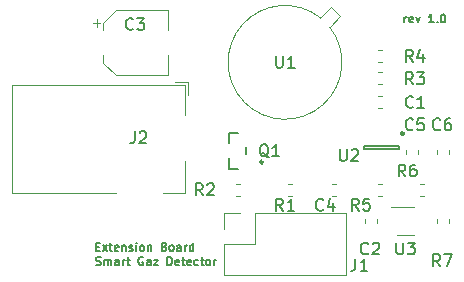
<source format=gbr>
%TF.GenerationSoftware,KiCad,Pcbnew,(5.1.6)-1*%
%TF.CreationDate,2021-01-16T21:26:58+01:00*%
%TF.ProjectId,hardware-smart-gaz-detector-extension-board,68617264-7761-4726-952d-736d6172742d,rev?*%
%TF.SameCoordinates,Original*%
%TF.FileFunction,Legend,Top*%
%TF.FilePolarity,Positive*%
%FSLAX46Y46*%
G04 Gerber Fmt 4.6, Leading zero omitted, Abs format (unit mm)*
G04 Created by KiCad (PCBNEW (5.1.6)-1) date 2021-01-16 21:26:58*
%MOMM*%
%LPD*%
G01*
G04 APERTURE LIST*
%ADD10C,0.152400*%
%ADD11C,0.120000*%
%ADD12C,0.250000*%
%ADD13C,0.150000*%
%ADD14C,0.249999*%
G04 APERTURE END LIST*
D10*
X77615726Y-52116666D02*
X77615726Y-51650000D01*
X77615726Y-51783333D02*
X77649060Y-51716666D01*
X77682393Y-51683333D01*
X77749060Y-51650000D01*
X77815726Y-51650000D01*
X78315726Y-52083333D02*
X78249060Y-52116666D01*
X78115726Y-52116666D01*
X78049060Y-52083333D01*
X78015726Y-52016666D01*
X78015726Y-51750000D01*
X78049060Y-51683333D01*
X78115726Y-51650000D01*
X78249060Y-51650000D01*
X78315726Y-51683333D01*
X78349060Y-51750000D01*
X78349060Y-51816666D01*
X78015726Y-51883333D01*
X78582393Y-51650000D02*
X78749060Y-52116666D01*
X78915726Y-51650000D01*
X80082393Y-52116666D02*
X79682393Y-52116666D01*
X79882393Y-52116666D02*
X79882393Y-51416666D01*
X79815726Y-51516666D01*
X79749060Y-51583333D01*
X79682393Y-51616666D01*
X80382393Y-52050000D02*
X80415726Y-52083333D01*
X80382393Y-52116666D01*
X80349060Y-52083333D01*
X80382393Y-52050000D01*
X80382393Y-52116666D01*
X80849060Y-51416666D02*
X80915726Y-51416666D01*
X80982393Y-51450000D01*
X81015726Y-51483333D01*
X81049060Y-51550000D01*
X81082393Y-51683333D01*
X81082393Y-51850000D01*
X81049060Y-51983333D01*
X81015726Y-52050000D01*
X80982393Y-52083333D01*
X80915726Y-52116666D01*
X80849060Y-52116666D01*
X80782393Y-52083333D01*
X80749060Y-52050000D01*
X80715726Y-51983333D01*
X80682393Y-51850000D01*
X80682393Y-51683333D01*
X80715726Y-51550000D01*
X80749060Y-51483333D01*
X80782393Y-51450000D01*
X80849060Y-51416666D01*
X51515726Y-71098800D02*
X51749060Y-71098800D01*
X51849060Y-71465466D02*
X51515726Y-71465466D01*
X51515726Y-70765466D01*
X51849060Y-70765466D01*
X52082393Y-71465466D02*
X52449060Y-70998800D01*
X52082393Y-70998800D02*
X52449060Y-71465466D01*
X52615726Y-70998800D02*
X52882393Y-70998800D01*
X52715726Y-70765466D02*
X52715726Y-71365466D01*
X52749060Y-71432133D01*
X52815726Y-71465466D01*
X52882393Y-71465466D01*
X53382393Y-71432133D02*
X53315726Y-71465466D01*
X53182393Y-71465466D01*
X53115726Y-71432133D01*
X53082393Y-71365466D01*
X53082393Y-71098800D01*
X53115726Y-71032133D01*
X53182393Y-70998800D01*
X53315726Y-70998800D01*
X53382393Y-71032133D01*
X53415726Y-71098800D01*
X53415726Y-71165466D01*
X53082393Y-71232133D01*
X53715726Y-70998800D02*
X53715726Y-71465466D01*
X53715726Y-71065466D02*
X53749060Y-71032133D01*
X53815726Y-70998800D01*
X53915726Y-70998800D01*
X53982393Y-71032133D01*
X54015726Y-71098800D01*
X54015726Y-71465466D01*
X54315726Y-71432133D02*
X54382393Y-71465466D01*
X54515726Y-71465466D01*
X54582393Y-71432133D01*
X54615726Y-71365466D01*
X54615726Y-71332133D01*
X54582393Y-71265466D01*
X54515726Y-71232133D01*
X54415726Y-71232133D01*
X54349060Y-71198800D01*
X54315726Y-71132133D01*
X54315726Y-71098800D01*
X54349060Y-71032133D01*
X54415726Y-70998800D01*
X54515726Y-70998800D01*
X54582393Y-71032133D01*
X54915726Y-71465466D02*
X54915726Y-70998800D01*
X54915726Y-70765466D02*
X54882393Y-70798800D01*
X54915726Y-70832133D01*
X54949060Y-70798800D01*
X54915726Y-70765466D01*
X54915726Y-70832133D01*
X55349060Y-71465466D02*
X55282393Y-71432133D01*
X55249060Y-71398800D01*
X55215726Y-71332133D01*
X55215726Y-71132133D01*
X55249060Y-71065466D01*
X55282393Y-71032133D01*
X55349060Y-70998800D01*
X55449060Y-70998800D01*
X55515726Y-71032133D01*
X55549060Y-71065466D01*
X55582393Y-71132133D01*
X55582393Y-71332133D01*
X55549060Y-71398800D01*
X55515726Y-71432133D01*
X55449060Y-71465466D01*
X55349060Y-71465466D01*
X55882393Y-70998800D02*
X55882393Y-71465466D01*
X55882393Y-71065466D02*
X55915726Y-71032133D01*
X55982393Y-70998800D01*
X56082393Y-70998800D01*
X56149060Y-71032133D01*
X56182393Y-71098800D01*
X56182393Y-71465466D01*
X57282393Y-71098800D02*
X57382393Y-71132133D01*
X57415726Y-71165466D01*
X57449060Y-71232133D01*
X57449060Y-71332133D01*
X57415726Y-71398800D01*
X57382393Y-71432133D01*
X57315726Y-71465466D01*
X57049060Y-71465466D01*
X57049060Y-70765466D01*
X57282393Y-70765466D01*
X57349060Y-70798800D01*
X57382393Y-70832133D01*
X57415726Y-70898800D01*
X57415726Y-70965466D01*
X57382393Y-71032133D01*
X57349060Y-71065466D01*
X57282393Y-71098800D01*
X57049060Y-71098800D01*
X57849060Y-71465466D02*
X57782393Y-71432133D01*
X57749060Y-71398800D01*
X57715726Y-71332133D01*
X57715726Y-71132133D01*
X57749060Y-71065466D01*
X57782393Y-71032133D01*
X57849060Y-70998800D01*
X57949060Y-70998800D01*
X58015726Y-71032133D01*
X58049060Y-71065466D01*
X58082393Y-71132133D01*
X58082393Y-71332133D01*
X58049060Y-71398800D01*
X58015726Y-71432133D01*
X57949060Y-71465466D01*
X57849060Y-71465466D01*
X58682393Y-71465466D02*
X58682393Y-71098800D01*
X58649060Y-71032133D01*
X58582393Y-70998800D01*
X58449060Y-70998800D01*
X58382393Y-71032133D01*
X58682393Y-71432133D02*
X58615726Y-71465466D01*
X58449060Y-71465466D01*
X58382393Y-71432133D01*
X58349060Y-71365466D01*
X58349060Y-71298800D01*
X58382393Y-71232133D01*
X58449060Y-71198800D01*
X58615726Y-71198800D01*
X58682393Y-71165466D01*
X59015726Y-71465466D02*
X59015726Y-70998800D01*
X59015726Y-71132133D02*
X59049060Y-71065466D01*
X59082393Y-71032133D01*
X59149060Y-70998800D01*
X59215726Y-70998800D01*
X59749060Y-71465466D02*
X59749060Y-70765466D01*
X59749060Y-71432133D02*
X59682393Y-71465466D01*
X59549060Y-71465466D01*
X59482393Y-71432133D01*
X59449060Y-71398800D01*
X59415726Y-71332133D01*
X59415726Y-71132133D01*
X59449060Y-71065466D01*
X59482393Y-71032133D01*
X59549060Y-70998800D01*
X59682393Y-70998800D01*
X59749060Y-71032133D01*
X51482393Y-72634533D02*
X51582393Y-72667866D01*
X51749060Y-72667866D01*
X51815726Y-72634533D01*
X51849060Y-72601200D01*
X51882393Y-72534533D01*
X51882393Y-72467866D01*
X51849060Y-72401200D01*
X51815726Y-72367866D01*
X51749060Y-72334533D01*
X51615726Y-72301200D01*
X51549060Y-72267866D01*
X51515726Y-72234533D01*
X51482393Y-72167866D01*
X51482393Y-72101200D01*
X51515726Y-72034533D01*
X51549060Y-72001200D01*
X51615726Y-71967866D01*
X51782393Y-71967866D01*
X51882393Y-72001200D01*
X52182393Y-72667866D02*
X52182393Y-72201200D01*
X52182393Y-72267866D02*
X52215726Y-72234533D01*
X52282393Y-72201200D01*
X52382393Y-72201200D01*
X52449060Y-72234533D01*
X52482393Y-72301200D01*
X52482393Y-72667866D01*
X52482393Y-72301200D02*
X52515726Y-72234533D01*
X52582393Y-72201200D01*
X52682393Y-72201200D01*
X52749060Y-72234533D01*
X52782393Y-72301200D01*
X52782393Y-72667866D01*
X53415726Y-72667866D02*
X53415726Y-72301200D01*
X53382393Y-72234533D01*
X53315726Y-72201200D01*
X53182393Y-72201200D01*
X53115726Y-72234533D01*
X53415726Y-72634533D02*
X53349060Y-72667866D01*
X53182393Y-72667866D01*
X53115726Y-72634533D01*
X53082393Y-72567866D01*
X53082393Y-72501200D01*
X53115726Y-72434533D01*
X53182393Y-72401200D01*
X53349060Y-72401200D01*
X53415726Y-72367866D01*
X53749060Y-72667866D02*
X53749060Y-72201200D01*
X53749060Y-72334533D02*
X53782393Y-72267866D01*
X53815726Y-72234533D01*
X53882393Y-72201200D01*
X53949060Y-72201200D01*
X54082393Y-72201200D02*
X54349060Y-72201200D01*
X54182393Y-71967866D02*
X54182393Y-72567866D01*
X54215726Y-72634533D01*
X54282393Y-72667866D01*
X54349060Y-72667866D01*
X55482393Y-72001200D02*
X55415726Y-71967866D01*
X55315726Y-71967866D01*
X55215726Y-72001200D01*
X55149060Y-72067866D01*
X55115726Y-72134533D01*
X55082393Y-72267866D01*
X55082393Y-72367866D01*
X55115726Y-72501200D01*
X55149060Y-72567866D01*
X55215726Y-72634533D01*
X55315726Y-72667866D01*
X55382393Y-72667866D01*
X55482393Y-72634533D01*
X55515726Y-72601200D01*
X55515726Y-72367866D01*
X55382393Y-72367866D01*
X56115726Y-72667866D02*
X56115726Y-72301200D01*
X56082393Y-72234533D01*
X56015726Y-72201200D01*
X55882393Y-72201200D01*
X55815726Y-72234533D01*
X56115726Y-72634533D02*
X56049060Y-72667866D01*
X55882393Y-72667866D01*
X55815726Y-72634533D01*
X55782393Y-72567866D01*
X55782393Y-72501200D01*
X55815726Y-72434533D01*
X55882393Y-72401200D01*
X56049060Y-72401200D01*
X56115726Y-72367866D01*
X56382393Y-72201200D02*
X56749060Y-72201200D01*
X56382393Y-72667866D01*
X56749060Y-72667866D01*
X57549060Y-72667866D02*
X57549060Y-71967866D01*
X57715726Y-71967866D01*
X57815726Y-72001200D01*
X57882393Y-72067866D01*
X57915726Y-72134533D01*
X57949060Y-72267866D01*
X57949060Y-72367866D01*
X57915726Y-72501200D01*
X57882393Y-72567866D01*
X57815726Y-72634533D01*
X57715726Y-72667866D01*
X57549060Y-72667866D01*
X58515726Y-72634533D02*
X58449060Y-72667866D01*
X58315726Y-72667866D01*
X58249060Y-72634533D01*
X58215726Y-72567866D01*
X58215726Y-72301200D01*
X58249060Y-72234533D01*
X58315726Y-72201200D01*
X58449060Y-72201200D01*
X58515726Y-72234533D01*
X58549060Y-72301200D01*
X58549060Y-72367866D01*
X58215726Y-72434533D01*
X58749060Y-72201200D02*
X59015726Y-72201200D01*
X58849060Y-71967866D02*
X58849060Y-72567866D01*
X58882393Y-72634533D01*
X58949060Y-72667866D01*
X59015726Y-72667866D01*
X59515726Y-72634533D02*
X59449060Y-72667866D01*
X59315726Y-72667866D01*
X59249060Y-72634533D01*
X59215726Y-72567866D01*
X59215726Y-72301200D01*
X59249060Y-72234533D01*
X59315726Y-72201200D01*
X59449060Y-72201200D01*
X59515726Y-72234533D01*
X59549060Y-72301200D01*
X59549060Y-72367866D01*
X59215726Y-72434533D01*
X60149060Y-72634533D02*
X60082393Y-72667866D01*
X59949060Y-72667866D01*
X59882393Y-72634533D01*
X59849060Y-72601200D01*
X59815726Y-72534533D01*
X59815726Y-72334533D01*
X59849060Y-72267866D01*
X59882393Y-72234533D01*
X59949060Y-72201200D01*
X60082393Y-72201200D01*
X60149060Y-72234533D01*
X60349060Y-72201200D02*
X60615726Y-72201200D01*
X60449060Y-71967866D02*
X60449060Y-72567866D01*
X60482393Y-72634533D01*
X60549060Y-72667866D01*
X60615726Y-72667866D01*
X60949060Y-72667866D02*
X60882393Y-72634533D01*
X60849060Y-72601200D01*
X60815726Y-72534533D01*
X60815726Y-72334533D01*
X60849060Y-72267866D01*
X60882393Y-72234533D01*
X60949060Y-72201200D01*
X61049060Y-72201200D01*
X61115726Y-72234533D01*
X61149060Y-72267866D01*
X61182393Y-72334533D01*
X61182393Y-72534533D01*
X61149060Y-72601200D01*
X61115726Y-72634533D01*
X61049060Y-72667866D01*
X60949060Y-72667866D01*
X61482393Y-72667866D02*
X61482393Y-72201200D01*
X61482393Y-72334533D02*
X61515726Y-72267866D01*
X61549060Y-72234533D01*
X61615726Y-72201200D01*
X61682393Y-72201200D01*
D11*
%TO.C,R2*%
X63337221Y-65784000D02*
X63662779Y-65784000D01*
X63337221Y-66804000D02*
X63662779Y-66804000D01*
%TO.C,C2*%
X74267600Y-69123879D02*
X74267600Y-68798321D01*
X75287600Y-69123879D02*
X75287600Y-68798321D01*
%TO.C,C1*%
X75702379Y-59387200D02*
X75376821Y-59387200D01*
X75702379Y-58367200D02*
X75376821Y-58367200D01*
%TO.C,C3*%
X51551500Y-51850500D02*
X51551500Y-52475500D01*
X51239000Y-52163000D02*
X51864000Y-52163000D01*
X52104000Y-55543563D02*
X53168437Y-56608000D01*
X52104000Y-52152437D02*
X53168437Y-51088000D01*
X52104000Y-52152437D02*
X52104000Y-52788000D01*
X52104000Y-55543563D02*
X52104000Y-54908000D01*
X53168437Y-56608000D02*
X57624000Y-56608000D01*
X53168437Y-51088000D02*
X57624000Y-51088000D01*
X57624000Y-51088000D02*
X57624000Y-52788000D01*
X57624000Y-56608000D02*
X57624000Y-54908000D01*
%TO.C,C4*%
X71465221Y-66804000D02*
X71790779Y-66804000D01*
X71465221Y-65784000D02*
X71790779Y-65784000D01*
%TO.C,C5*%
X77747400Y-62956221D02*
X77747400Y-63281779D01*
X78767400Y-62956221D02*
X78767400Y-63281779D01*
%TO.C,C6*%
X81383600Y-63256379D02*
X81383600Y-62930821D01*
X80363600Y-63256379D02*
X80363600Y-62930821D01*
%TO.C,J1*%
X62370000Y-69596000D02*
X62370000Y-68266000D01*
X62370000Y-68266000D02*
X63700000Y-68266000D01*
X62370000Y-70866000D02*
X64970000Y-70866000D01*
X64970000Y-70866000D02*
X64970000Y-68266000D01*
X64970000Y-68266000D02*
X72650000Y-68266000D01*
X72650000Y-73466000D02*
X72650000Y-68266000D01*
X62370000Y-73466000D02*
X72650000Y-73466000D01*
X62370000Y-73466000D02*
X62370000Y-70866000D01*
%TO.C,J2*%
X59066000Y-57376000D02*
X59066000Y-59976000D01*
X44366000Y-57376000D02*
X59066000Y-57376000D01*
X59066000Y-66576000D02*
X57166000Y-66576000D01*
X59066000Y-63876000D02*
X59066000Y-66576000D01*
X44366000Y-66576000D02*
X44366000Y-57376000D01*
X53166000Y-66576000D02*
X44366000Y-66576000D01*
X58216000Y-57176000D02*
X59266000Y-57176000D01*
X59266000Y-58226000D02*
X59266000Y-57176000D01*
D12*
%TO.C,Q1*%
X65650000Y-63942000D02*
G75*
G03*
X65650000Y-63942000I-125000J0D01*
G01*
D13*
X64200000Y-62685993D02*
X64200000Y-63298007D01*
X63522695Y-61472000D02*
X62800000Y-61472000D01*
X62800000Y-63635993D02*
X62800000Y-64512000D01*
X62800000Y-61472000D02*
X62800000Y-62348007D01*
X63522695Y-64512000D02*
X62800000Y-64512000D01*
D11*
%TO.C,R1*%
X67782221Y-66804000D02*
X68107779Y-66804000D01*
X67782221Y-65784000D02*
X68107779Y-65784000D01*
%TO.C,R3*%
X75702379Y-54430200D02*
X75376821Y-54430200D01*
X75702379Y-55450200D02*
X75376821Y-55450200D01*
%TO.C,R4*%
X75376821Y-57355200D02*
X75702379Y-57355200D01*
X75376821Y-56335200D02*
X75702379Y-56335200D01*
%TO.C,R5*%
X75676879Y-66778600D02*
X75351321Y-66778600D01*
X75676879Y-65758600D02*
X75351321Y-65758600D01*
%TO.C,R6*%
X78932821Y-65758600D02*
X79258379Y-65758600D01*
X78932821Y-66778600D02*
X79258379Y-66778600D01*
%TO.C,R7*%
X81383600Y-69123879D02*
X81383600Y-68798321D01*
X80363600Y-69123879D02*
X80363600Y-68798321D01*
%TO.C,U1*%
X71388039Y-50832144D02*
X70497084Y-51723098D01*
X72165856Y-51609961D02*
X71388039Y-50832144D01*
X71274902Y-52500916D02*
X72165856Y-51609961D01*
X70497371Y-51723326D02*
G75*
G03*
X71274902Y-52500916I-2997371J-3774674D01*
G01*
D14*
%TO.C,U2*%
X77566601Y-61512600D02*
G75*
G03*
X77566601Y-61512600I-125001J0D01*
G01*
D13*
X74216600Y-62862600D02*
X77116600Y-62862600D01*
X74216600Y-62562600D02*
X77116600Y-62562600D01*
X74216600Y-62562600D02*
X74216600Y-62862600D01*
X77116600Y-62562600D02*
X77116600Y-62862600D01*
D11*
%TO.C,U3*%
X76998600Y-70095600D02*
X78398600Y-70095600D01*
X78398600Y-67775600D02*
X76498600Y-67775600D01*
%TO.C,R2*%
D13*
X60533333Y-66752380D02*
X60200000Y-66276190D01*
X59961904Y-66752380D02*
X59961904Y-65752380D01*
X60342857Y-65752380D01*
X60438095Y-65800000D01*
X60485714Y-65847619D01*
X60533333Y-65942857D01*
X60533333Y-66085714D01*
X60485714Y-66180952D01*
X60438095Y-66228571D01*
X60342857Y-66276190D01*
X59961904Y-66276190D01*
X60914285Y-65847619D02*
X60961904Y-65800000D01*
X61057142Y-65752380D01*
X61295238Y-65752380D01*
X61390476Y-65800000D01*
X61438095Y-65847619D01*
X61485714Y-65942857D01*
X61485714Y-66038095D01*
X61438095Y-66180952D01*
X60866666Y-66752380D01*
X61485714Y-66752380D01*
%TO.C,C2*%
X74533333Y-71657142D02*
X74485714Y-71704761D01*
X74342857Y-71752380D01*
X74247619Y-71752380D01*
X74104761Y-71704761D01*
X74009523Y-71609523D01*
X73961904Y-71514285D01*
X73914285Y-71323809D01*
X73914285Y-71180952D01*
X73961904Y-70990476D01*
X74009523Y-70895238D01*
X74104761Y-70800000D01*
X74247619Y-70752380D01*
X74342857Y-70752380D01*
X74485714Y-70800000D01*
X74533333Y-70847619D01*
X74914285Y-70847619D02*
X74961904Y-70800000D01*
X75057142Y-70752380D01*
X75295238Y-70752380D01*
X75390476Y-70800000D01*
X75438095Y-70847619D01*
X75485714Y-70942857D01*
X75485714Y-71038095D01*
X75438095Y-71180952D01*
X74866666Y-71752380D01*
X75485714Y-71752380D01*
%TO.C,C1*%
X78333333Y-59257142D02*
X78285714Y-59304761D01*
X78142857Y-59352380D01*
X78047619Y-59352380D01*
X77904761Y-59304761D01*
X77809523Y-59209523D01*
X77761904Y-59114285D01*
X77714285Y-58923809D01*
X77714285Y-58780952D01*
X77761904Y-58590476D01*
X77809523Y-58495238D01*
X77904761Y-58400000D01*
X78047619Y-58352380D01*
X78142857Y-58352380D01*
X78285714Y-58400000D01*
X78333333Y-58447619D01*
X79285714Y-59352380D02*
X78714285Y-59352380D01*
X79000000Y-59352380D02*
X79000000Y-58352380D01*
X78904761Y-58495238D01*
X78809523Y-58590476D01*
X78714285Y-58638095D01*
%TO.C,C3*%
X54633333Y-52657142D02*
X54585714Y-52704761D01*
X54442857Y-52752380D01*
X54347619Y-52752380D01*
X54204761Y-52704761D01*
X54109523Y-52609523D01*
X54061904Y-52514285D01*
X54014285Y-52323809D01*
X54014285Y-52180952D01*
X54061904Y-51990476D01*
X54109523Y-51895238D01*
X54204761Y-51800000D01*
X54347619Y-51752380D01*
X54442857Y-51752380D01*
X54585714Y-51800000D01*
X54633333Y-51847619D01*
X54966666Y-51752380D02*
X55585714Y-51752380D01*
X55252380Y-52133333D01*
X55395238Y-52133333D01*
X55490476Y-52180952D01*
X55538095Y-52228571D01*
X55585714Y-52323809D01*
X55585714Y-52561904D01*
X55538095Y-52657142D01*
X55490476Y-52704761D01*
X55395238Y-52752380D01*
X55109523Y-52752380D01*
X55014285Y-52704761D01*
X54966666Y-52657142D01*
%TO.C,C4*%
X70733333Y-67957142D02*
X70685714Y-68004761D01*
X70542857Y-68052380D01*
X70447619Y-68052380D01*
X70304761Y-68004761D01*
X70209523Y-67909523D01*
X70161904Y-67814285D01*
X70114285Y-67623809D01*
X70114285Y-67480952D01*
X70161904Y-67290476D01*
X70209523Y-67195238D01*
X70304761Y-67100000D01*
X70447619Y-67052380D01*
X70542857Y-67052380D01*
X70685714Y-67100000D01*
X70733333Y-67147619D01*
X71590476Y-67385714D02*
X71590476Y-68052380D01*
X71352380Y-67004761D02*
X71114285Y-67719047D01*
X71733333Y-67719047D01*
%TO.C,C5*%
X78333333Y-61157142D02*
X78285714Y-61204761D01*
X78142857Y-61252380D01*
X78047619Y-61252380D01*
X77904761Y-61204761D01*
X77809523Y-61109523D01*
X77761904Y-61014285D01*
X77714285Y-60823809D01*
X77714285Y-60680952D01*
X77761904Y-60490476D01*
X77809523Y-60395238D01*
X77904761Y-60300000D01*
X78047619Y-60252380D01*
X78142857Y-60252380D01*
X78285714Y-60300000D01*
X78333333Y-60347619D01*
X79238095Y-60252380D02*
X78761904Y-60252380D01*
X78714285Y-60728571D01*
X78761904Y-60680952D01*
X78857142Y-60633333D01*
X79095238Y-60633333D01*
X79190476Y-60680952D01*
X79238095Y-60728571D01*
X79285714Y-60823809D01*
X79285714Y-61061904D01*
X79238095Y-61157142D01*
X79190476Y-61204761D01*
X79095238Y-61252380D01*
X78857142Y-61252380D01*
X78761904Y-61204761D01*
X78714285Y-61157142D01*
%TO.C,C6*%
X80633333Y-61157142D02*
X80585714Y-61204761D01*
X80442857Y-61252380D01*
X80347619Y-61252380D01*
X80204761Y-61204761D01*
X80109523Y-61109523D01*
X80061904Y-61014285D01*
X80014285Y-60823809D01*
X80014285Y-60680952D01*
X80061904Y-60490476D01*
X80109523Y-60395238D01*
X80204761Y-60300000D01*
X80347619Y-60252380D01*
X80442857Y-60252380D01*
X80585714Y-60300000D01*
X80633333Y-60347619D01*
X81490476Y-60252380D02*
X81300000Y-60252380D01*
X81204761Y-60300000D01*
X81157142Y-60347619D01*
X81061904Y-60490476D01*
X81014285Y-60680952D01*
X81014285Y-61061904D01*
X81061904Y-61157142D01*
X81109523Y-61204761D01*
X81204761Y-61252380D01*
X81395238Y-61252380D01*
X81490476Y-61204761D01*
X81538095Y-61157142D01*
X81585714Y-61061904D01*
X81585714Y-60823809D01*
X81538095Y-60728571D01*
X81490476Y-60680952D01*
X81395238Y-60633333D01*
X81204761Y-60633333D01*
X81109523Y-60680952D01*
X81061904Y-60728571D01*
X81014285Y-60823809D01*
%TO.C,J1*%
X73466666Y-72152380D02*
X73466666Y-72866666D01*
X73419047Y-73009523D01*
X73323809Y-73104761D01*
X73180952Y-73152380D01*
X73085714Y-73152380D01*
X74466666Y-73152380D02*
X73895238Y-73152380D01*
X74180952Y-73152380D02*
X74180952Y-72152380D01*
X74085714Y-72295238D01*
X73990476Y-72390476D01*
X73895238Y-72438095D01*
%TO.C,J2*%
X54766666Y-61352380D02*
X54766666Y-62066666D01*
X54719047Y-62209523D01*
X54623809Y-62304761D01*
X54480952Y-62352380D01*
X54385714Y-62352380D01*
X55195238Y-61447619D02*
X55242857Y-61400000D01*
X55338095Y-61352380D01*
X55576190Y-61352380D01*
X55671428Y-61400000D01*
X55719047Y-61447619D01*
X55766666Y-61542857D01*
X55766666Y-61638095D01*
X55719047Y-61780952D01*
X55147619Y-62352380D01*
X55766666Y-62352380D01*
%TO.C,Q1*%
X66107261Y-63547619D02*
X66012023Y-63500000D01*
X65916785Y-63404761D01*
X65773928Y-63261904D01*
X65678690Y-63214285D01*
X65583452Y-63214285D01*
X65631071Y-63452380D02*
X65535833Y-63404761D01*
X65440595Y-63309523D01*
X65392976Y-63119047D01*
X65392976Y-62785714D01*
X65440595Y-62595238D01*
X65535833Y-62500000D01*
X65631071Y-62452380D01*
X65821547Y-62452380D01*
X65916785Y-62500000D01*
X66012023Y-62595238D01*
X66059642Y-62785714D01*
X66059642Y-63119047D01*
X66012023Y-63309523D01*
X65916785Y-63404761D01*
X65821547Y-63452380D01*
X65631071Y-63452380D01*
X67012023Y-63452380D02*
X66440595Y-63452380D01*
X66726309Y-63452380D02*
X66726309Y-62452380D01*
X66631071Y-62595238D01*
X66535833Y-62690476D01*
X66440595Y-62738095D01*
%TO.C,R1*%
X67333333Y-68052380D02*
X67000000Y-67576190D01*
X66761904Y-68052380D02*
X66761904Y-67052380D01*
X67142857Y-67052380D01*
X67238095Y-67100000D01*
X67285714Y-67147619D01*
X67333333Y-67242857D01*
X67333333Y-67385714D01*
X67285714Y-67480952D01*
X67238095Y-67528571D01*
X67142857Y-67576190D01*
X66761904Y-67576190D01*
X68285714Y-68052380D02*
X67714285Y-68052380D01*
X68000000Y-68052380D02*
X68000000Y-67052380D01*
X67904761Y-67195238D01*
X67809523Y-67290476D01*
X67714285Y-67338095D01*
%TO.C,R3*%
X78333333Y-57352380D02*
X78000000Y-56876190D01*
X77761904Y-57352380D02*
X77761904Y-56352380D01*
X78142857Y-56352380D01*
X78238095Y-56400000D01*
X78285714Y-56447619D01*
X78333333Y-56542857D01*
X78333333Y-56685714D01*
X78285714Y-56780952D01*
X78238095Y-56828571D01*
X78142857Y-56876190D01*
X77761904Y-56876190D01*
X78666666Y-56352380D02*
X79285714Y-56352380D01*
X78952380Y-56733333D01*
X79095238Y-56733333D01*
X79190476Y-56780952D01*
X79238095Y-56828571D01*
X79285714Y-56923809D01*
X79285714Y-57161904D01*
X79238095Y-57257142D01*
X79190476Y-57304761D01*
X79095238Y-57352380D01*
X78809523Y-57352380D01*
X78714285Y-57304761D01*
X78666666Y-57257142D01*
%TO.C,R4*%
X78333333Y-55452380D02*
X78000000Y-54976190D01*
X77761904Y-55452380D02*
X77761904Y-54452380D01*
X78142857Y-54452380D01*
X78238095Y-54500000D01*
X78285714Y-54547619D01*
X78333333Y-54642857D01*
X78333333Y-54785714D01*
X78285714Y-54880952D01*
X78238095Y-54928571D01*
X78142857Y-54976190D01*
X77761904Y-54976190D01*
X79190476Y-54785714D02*
X79190476Y-55452380D01*
X78952380Y-54404761D02*
X78714285Y-55119047D01*
X79333333Y-55119047D01*
%TO.C,R5*%
X73733333Y-68052380D02*
X73400000Y-67576190D01*
X73161904Y-68052380D02*
X73161904Y-67052380D01*
X73542857Y-67052380D01*
X73638095Y-67100000D01*
X73685714Y-67147619D01*
X73733333Y-67242857D01*
X73733333Y-67385714D01*
X73685714Y-67480952D01*
X73638095Y-67528571D01*
X73542857Y-67576190D01*
X73161904Y-67576190D01*
X74638095Y-67052380D02*
X74161904Y-67052380D01*
X74114285Y-67528571D01*
X74161904Y-67480952D01*
X74257142Y-67433333D01*
X74495238Y-67433333D01*
X74590476Y-67480952D01*
X74638095Y-67528571D01*
X74685714Y-67623809D01*
X74685714Y-67861904D01*
X74638095Y-67957142D01*
X74590476Y-68004761D01*
X74495238Y-68052380D01*
X74257142Y-68052380D01*
X74161904Y-68004761D01*
X74114285Y-67957142D01*
%TO.C,R6*%
X77683333Y-65152380D02*
X77350000Y-64676190D01*
X77111904Y-65152380D02*
X77111904Y-64152380D01*
X77492857Y-64152380D01*
X77588095Y-64200000D01*
X77635714Y-64247619D01*
X77683333Y-64342857D01*
X77683333Y-64485714D01*
X77635714Y-64580952D01*
X77588095Y-64628571D01*
X77492857Y-64676190D01*
X77111904Y-64676190D01*
X78540476Y-64152380D02*
X78350000Y-64152380D01*
X78254761Y-64200000D01*
X78207142Y-64247619D01*
X78111904Y-64390476D01*
X78064285Y-64580952D01*
X78064285Y-64961904D01*
X78111904Y-65057142D01*
X78159523Y-65104761D01*
X78254761Y-65152380D01*
X78445238Y-65152380D01*
X78540476Y-65104761D01*
X78588095Y-65057142D01*
X78635714Y-64961904D01*
X78635714Y-64723809D01*
X78588095Y-64628571D01*
X78540476Y-64580952D01*
X78445238Y-64533333D01*
X78254761Y-64533333D01*
X78159523Y-64580952D01*
X78111904Y-64628571D01*
X78064285Y-64723809D01*
%TO.C,R7*%
X80633333Y-72752380D02*
X80300000Y-72276190D01*
X80061904Y-72752380D02*
X80061904Y-71752380D01*
X80442857Y-71752380D01*
X80538095Y-71800000D01*
X80585714Y-71847619D01*
X80633333Y-71942857D01*
X80633333Y-72085714D01*
X80585714Y-72180952D01*
X80538095Y-72228571D01*
X80442857Y-72276190D01*
X80061904Y-72276190D01*
X80966666Y-71752380D02*
X81633333Y-71752380D01*
X81204761Y-72752380D01*
%TO.C,U1*%
X66738095Y-54950380D02*
X66738095Y-55759904D01*
X66785714Y-55855142D01*
X66833333Y-55902761D01*
X66928571Y-55950380D01*
X67119047Y-55950380D01*
X67214285Y-55902761D01*
X67261904Y-55855142D01*
X67309523Y-55759904D01*
X67309523Y-54950380D01*
X68309523Y-55950380D02*
X67738095Y-55950380D01*
X68023809Y-55950380D02*
X68023809Y-54950380D01*
X67928571Y-55093238D01*
X67833333Y-55188476D01*
X67738095Y-55236095D01*
%TO.C,U2*%
X72140595Y-62852380D02*
X72140595Y-63661904D01*
X72188214Y-63757142D01*
X72235833Y-63804761D01*
X72331071Y-63852380D01*
X72521547Y-63852380D01*
X72616785Y-63804761D01*
X72664404Y-63757142D01*
X72712023Y-63661904D01*
X72712023Y-62852380D01*
X73140595Y-62947619D02*
X73188214Y-62900000D01*
X73283452Y-62852380D01*
X73521547Y-62852380D01*
X73616785Y-62900000D01*
X73664404Y-62947619D01*
X73712023Y-63042857D01*
X73712023Y-63138095D01*
X73664404Y-63280952D01*
X73092976Y-63852380D01*
X73712023Y-63852380D01*
%TO.C,U3*%
X76938095Y-70752380D02*
X76938095Y-71561904D01*
X76985714Y-71657142D01*
X77033333Y-71704761D01*
X77128571Y-71752380D01*
X77319047Y-71752380D01*
X77414285Y-71704761D01*
X77461904Y-71657142D01*
X77509523Y-71561904D01*
X77509523Y-70752380D01*
X77890476Y-70752380D02*
X78509523Y-70752380D01*
X78176190Y-71133333D01*
X78319047Y-71133333D01*
X78414285Y-71180952D01*
X78461904Y-71228571D01*
X78509523Y-71323809D01*
X78509523Y-71561904D01*
X78461904Y-71657142D01*
X78414285Y-71704761D01*
X78319047Y-71752380D01*
X78033333Y-71752380D01*
X77938095Y-71704761D01*
X77890476Y-71657142D01*
%TD*%
M02*

</source>
